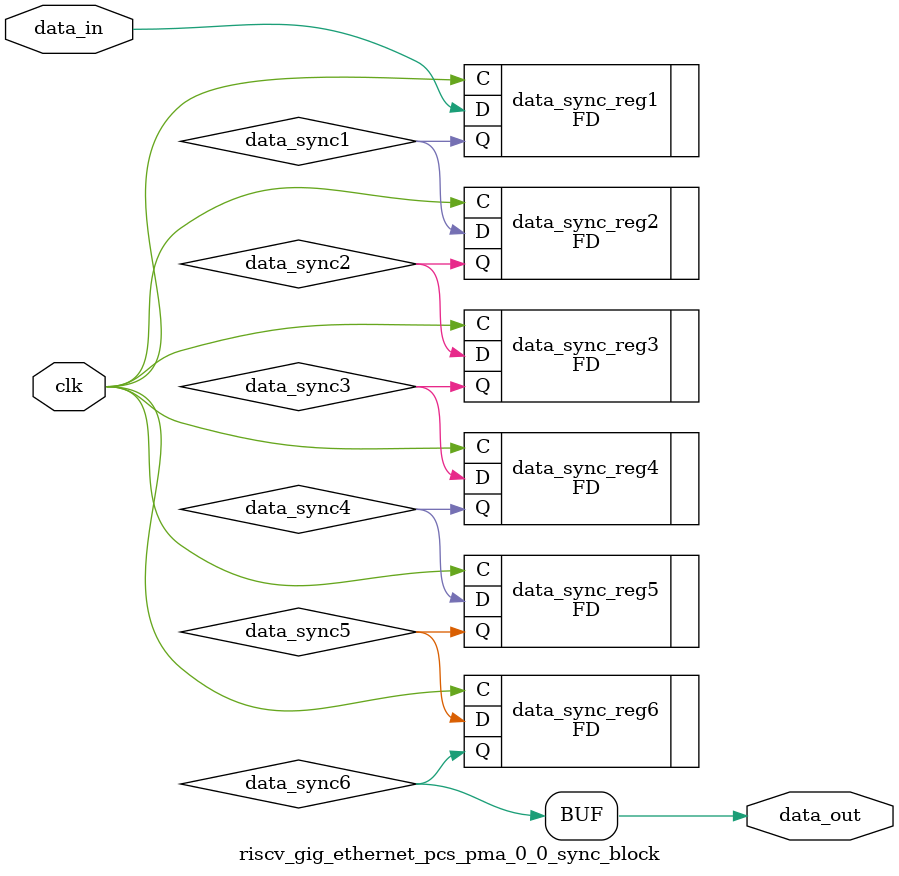
<source format=v>

`timescale 1ps / 1ps

module riscv_gig_ethernet_pcs_pma_0_0_sync_block #(
  parameter INITIALISE = 2'b00
)
(
  input        clk,              // clock to be sync'ed to
  input        data_in,          // Data to be 'synced'
  output       data_out          // synced data
);

  // Internal Signals
  wire data_sync1;
  wire data_sync2;
  wire data_sync3;
  wire data_sync4;
  wire data_sync5;
  wire data_sync6;


  (* shreg_extract = "no", ASYNC_REG = "TRUE" *)
  FD #(
    .INIT (INITIALISE[0])
  ) data_sync_reg1 (
    .C  (clk),
    .D  (data_in),
    .Q  (data_sync1)
  );


  (* shreg_extract = "no", ASYNC_REG = "TRUE" *)
  FD #(
   .INIT (INITIALISE[1])
  ) data_sync_reg2 (
  .C  (clk),
  .D  (data_sync1),
  .Q  (data_sync2)
  );


  (* shreg_extract = "no", ASYNC_REG = "TRUE" *)
  FD #(
   .INIT (INITIALISE[1])
  ) data_sync_reg3 (
  .C  (clk),
  .D  (data_sync2),
  .Q  (data_sync3)
  );

  (* shreg_extract = "no", ASYNC_REG = "TRUE" *)
  FD #(
   .INIT (INITIALISE[1])
  ) data_sync_reg4 (
  .C  (clk),
  .D  (data_sync3),
  .Q  (data_sync4)
  );

  (* shreg_extract = "no", ASYNC_REG = "TRUE" *)
  FD #(
   .INIT (INITIALISE[1])
  ) data_sync_reg5 (
  .C  (clk),
  .D  (data_sync4),
  .Q  (data_sync5)
  );

  (* shreg_extract = "no", ASYNC_REG = "TRUE" *)
  FD #(
   .INIT (INITIALISE[1])
  ) data_sync_reg6 (
  .C  (clk),
  .D  (data_sync5),
  .Q  (data_sync6)
  );
  assign data_out = data_sync6;


endmodule



</source>
